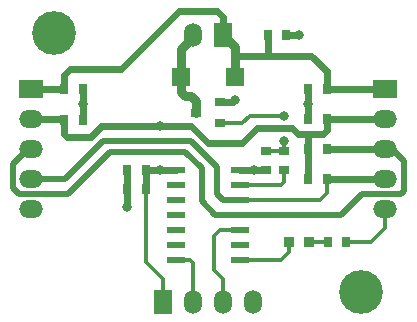
<source format=gtl>
G04*
G04 #@! TF.GenerationSoftware,Altium Limited,Altium Designer,21.2.1 (34)*
G04*
G04 Layer_Physical_Order=1*
G04 Layer_Color=255*
%FSLAX25Y25*%
%MOIN*%
G70*
G04*
G04 #@! TF.SameCoordinates,9466BED1-F6BD-4CF9-8920-6B0B1F58636F*
G04*
G04*
G04 #@! TF.FilePolarity,Positive*
G04*
G01*
G75*
%ADD11C,0.02362*%
%ADD16R,0.02756X0.03543*%
%ADD17R,0.05906X0.05906*%
%ADD18R,0.03543X0.03150*%
%ADD19R,0.06102X0.02362*%
%ADD20R,0.03347X0.03740*%
%ADD21R,0.03543X0.02756*%
%ADD33C,0.01181*%
%ADD34C,0.03150*%
%ADD35C,0.01968*%
%ADD36C,0.01575*%
%ADD37O,0.07874X0.05906*%
%ADD38R,0.07874X0.05906*%
%ADD39C,0.14567*%
%ADD40R,0.05906X0.07874*%
%ADD41O,0.05906X0.07874*%
%ADD42C,0.03150*%
D11*
X3937Y-34957D02*
X8457D01*
X9000Y-34413D01*
X5000Y-12500D02*
Y-6500D01*
X3000Y-4500D02*
X5000Y-6500D01*
X-9500Y-4500D02*
X3000D01*
X-29000Y-24000D02*
X-9500Y-4500D01*
X-46000Y-24000D02*
X-29000D01*
X-48008Y-26008D02*
X-46000Y-24000D01*
X-48008Y-30500D02*
Y-26008D01*
X20000Y-19500D02*
X34500D01*
X9000D02*
X20000D01*
X19890Y-19390D02*
X20000Y-19500D01*
X19890Y-19390D02*
Y-12500D01*
X34500Y-19500D02*
X39713Y-24713D01*
Y-30500D02*
Y-24713D01*
X39713Y-50500D02*
X59055D01*
X33500Y-45500D02*
X38500D01*
X30000D02*
X33500D01*
X33492Y-45508D02*
X33500Y-45500D01*
X33492Y-50500D02*
Y-45508D01*
X-16000Y-57500D02*
X-10630D01*
X-20787D02*
X-16000D01*
Y-43000D02*
X-5500D01*
X-35500D02*
X-16000D01*
X39713Y-44287D02*
Y-40500D01*
X38500Y-45500D02*
X39713Y-44287D01*
X28000Y-43500D02*
X30000Y-45500D01*
X16500Y-43500D02*
X28000D01*
X11500Y-48500D02*
X16500Y-43500D01*
X19390Y-57500D02*
X19500Y-57610D01*
X10630Y-57500D02*
X19390D01*
X0Y-48500D02*
X11500D01*
X-5500Y-43000D02*
X0Y-48500D01*
X-39000Y-46500D02*
X-35500Y-43000D01*
X-47000Y-46500D02*
X-39000D01*
X-48008Y-45492D02*
X-47000Y-46500D01*
X-48008Y-45492D02*
Y-41000D01*
X33492Y-50500D02*
X33492Y-50500D01*
X33492Y-60500D02*
Y-50500D01*
X-27000Y-70000D02*
Y-57508D01*
X-27008Y-57500D02*
X-27000Y-57508D01*
X33492Y-35500D02*
Y-30500D01*
Y-40500D02*
Y-35500D01*
X-41787Y-35750D02*
Y-30500D01*
Y-41000D02*
Y-35750D01*
X26110Y-12500D02*
X30500D01*
X59055Y-30500D02*
X59055Y-30500D01*
X39713Y-30500D02*
X59055D01*
X39713Y-30500D02*
X39713Y-30500D01*
Y-40500D02*
X59055D01*
X39713Y-40500D02*
X39713Y-40500D01*
X59055D02*
X59055Y-40500D01*
X39713Y-60500D02*
X59055D01*
X-59055Y-30500D02*
X-48008D01*
Y-41000D02*
Y-40947D01*
X-58805Y-40750D02*
X-48205D01*
X-59055Y-40500D02*
X-58805Y-40750D01*
X-48205D02*
X-48008Y-40947D01*
X-20787Y-64000D02*
Y-57500D01*
X-27008Y-64000D02*
Y-57500D01*
D16*
X-48008Y-30500D02*
D03*
X-41787D02*
D03*
X-48008Y-41000D02*
D03*
X-41787D02*
D03*
X46110Y-81500D02*
D03*
X39890D02*
D03*
X39713Y-60500D02*
D03*
X33492D02*
D03*
X39713Y-50500D02*
D03*
X33492D02*
D03*
Y-40500D02*
D03*
X39713D02*
D03*
X33492Y-30500D02*
D03*
X39713D02*
D03*
X26110Y-12500D02*
D03*
X19890D02*
D03*
X-27008Y-57500D02*
D03*
X-20787D02*
D03*
X-27008Y-64000D02*
D03*
X-20787D02*
D03*
D17*
X9000Y-26500D02*
D03*
X-9000D02*
D03*
D18*
X3937Y-42043D02*
D03*
Y-34957D02*
D03*
X-3937Y-38500D02*
D03*
D19*
X-10630Y-57500D02*
D03*
Y-62500D02*
D03*
Y-67500D02*
D03*
Y-72500D02*
D03*
Y-77500D02*
D03*
Y-82500D02*
D03*
Y-87500D02*
D03*
X10630Y-57500D02*
D03*
Y-62500D02*
D03*
Y-67500D02*
D03*
Y-72500D02*
D03*
Y-77500D02*
D03*
Y-82500D02*
D03*
Y-87500D02*
D03*
D20*
X33847Y-81500D02*
D03*
X27154D02*
D03*
D21*
X25500Y-57610D02*
D03*
Y-51390D02*
D03*
X19500Y-57610D02*
D03*
Y-51390D02*
D03*
D33*
X11457Y-42043D02*
X14000Y-39500D01*
X25500D01*
X3937Y-42043D02*
X11457D01*
X19500Y-51390D02*
X25500D01*
Y-61500D02*
Y-57610D01*
X24500Y-62500D02*
X25500Y-61500D01*
X10630Y-62500D02*
X24500D01*
X59055Y-76945D02*
Y-70500D01*
X54500Y-81500D02*
X59055Y-76945D01*
X46110Y-81500D02*
X54500D01*
X33847D02*
X39890D01*
X27154Y-84847D02*
Y-81500D01*
X24500Y-87500D02*
X27154Y-84847D01*
X10630Y-87500D02*
X24500D01*
X5000Y-101500D02*
Y-94000D01*
X2000Y-91000D02*
X5000Y-94000D01*
X2000Y-91000D02*
Y-79500D01*
X4000Y-77500D01*
X10630D01*
X-5000Y-101500D02*
Y-88500D01*
X-6000Y-87500D02*
X-5000Y-88500D01*
X-10630Y-87500D02*
X-6000D01*
X-15000Y-101500D02*
Y-94000D01*
X-20787Y-88213D02*
X-15000Y-94000D01*
X-20787Y-88213D02*
Y-64000D01*
X25500Y-51390D02*
Y-48000D01*
X39713Y-65287D02*
Y-60500D01*
X37500Y-67500D02*
X39713Y-65287D01*
X10630Y-67500D02*
X37500D01*
D34*
X-3937Y-38500D02*
Y-34563D01*
X-5500Y-33000D02*
X-3937Y-34563D01*
X-7500Y-33000D02*
X-5500D01*
X-9000Y-31500D02*
X-7500Y-33000D01*
X-9000Y-31500D02*
Y-26500D01*
X9000Y-19500D02*
Y-16500D01*
Y-26500D02*
Y-19500D01*
X-9000Y-17246D02*
X-5000Y-13246D01*
Y-12500D01*
X-9000Y-26500D02*
Y-17246D01*
X5000Y-12500D02*
X9000Y-16500D01*
D35*
X59055Y-50500D02*
X61500D01*
X65500Y-54500D01*
Y-64500D02*
Y-54500D01*
X64500Y-65500D02*
X65500Y-64500D01*
X51500Y-65500D02*
X64500D01*
X44500Y-72500D02*
X51500Y-65500D01*
X10630Y-72500D02*
X44500D01*
X-65000Y-55500D02*
X-60000Y-50500D01*
X-65000Y-63500D02*
Y-55500D01*
X-63000Y-65500D02*
X-46500D01*
X-65000Y-63500D02*
X-63000Y-65500D01*
X2500Y-72500D02*
X10630D01*
X-2000Y-68000D02*
X2500Y-72500D01*
X-2000Y-68000D02*
Y-57000D01*
X-7500Y-51500D02*
X-2000Y-57000D01*
X-32500Y-51500D02*
X-7500D01*
X-46500Y-65500D02*
X-32500Y-51500D01*
X3000Y-65500D02*
Y-56500D01*
X-5500Y-48000D02*
X3000Y-56500D01*
X-35000Y-48000D02*
X-5500D01*
X5000Y-67500D02*
X10630D01*
X3000Y-65500D02*
X5000Y-67500D01*
X-47500Y-60500D02*
X-35000Y-48000D01*
X-59055Y-60500D02*
X-47500D01*
D36*
X-60000Y-50500D02*
X-59055D01*
D37*
X59055Y-70500D02*
D03*
Y-60500D02*
D03*
Y-50500D02*
D03*
Y-40500D02*
D03*
X-59055Y-70500D02*
D03*
Y-60500D02*
D03*
Y-50500D02*
D03*
Y-40500D02*
D03*
D38*
X59055Y-30500D02*
D03*
X-59055D02*
D03*
D39*
X51181Y-98425D02*
D03*
X-51181Y-11811D02*
D03*
D40*
X-15000Y-101500D02*
D03*
X5000Y-12500D02*
D03*
D41*
X-5000Y-101500D02*
D03*
X5000D02*
D03*
X15000D02*
D03*
X-5000Y-12500D02*
D03*
D42*
X25500Y-39500D02*
D03*
X9000Y-34413D02*
D03*
X-16000Y-57500D02*
D03*
Y-43000D02*
D03*
X25500Y-48000D02*
D03*
X15500Y-57500D02*
D03*
X-27000Y-70000D02*
D03*
X33492Y-35500D02*
D03*
X-41787Y-35750D02*
D03*
X30500Y-12500D02*
D03*
M02*

</source>
